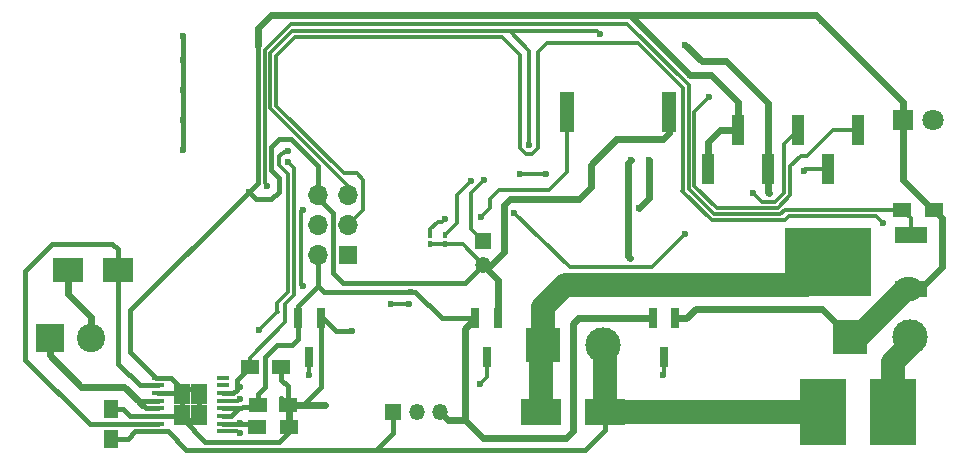
<source format=gbl>
G04 #@! TF.FileFunction,Copper,L2,Bot,Signal*
%FSLAX46Y46*%
G04 Gerber Fmt 4.6, Leading zero omitted, Abs format (unit mm)*
G04 Created by KiCad (PCBNEW 4.0.7) date 08/08/19 18:58:54*
%MOMM*%
%LPD*%
G01*
G04 APERTURE LIST*
%ADD10C,0.100000*%
%ADD11R,4.000000X5.600000*%
%ADD12R,1.350000X1.350000*%
%ADD13O,1.350000X1.350000*%
%ADD14R,3.000000X3.000000*%
%ADD15C,3.000000*%
%ADD16R,1.000000X2.510000*%
%ADD17R,2.400000X2.400000*%
%ADD18C,2.400000*%
%ADD19R,1.600000X1.600000*%
%ADD20O,1.700000X1.700000*%
%ADD21R,1.250000X1.500000*%
%ADD22R,1.500000X1.250000*%
%ADD23R,1.500000X1.300000*%
%ADD24R,0.800000X1.800000*%
%ADD25R,2.700000X1.400000*%
%ADD26R,7.400000X5.800000*%
%ADD27R,3.500000X2.300000*%
%ADD28R,1.050000X0.450000*%
%ADD29R,1.470000X0.895000*%
%ADD30R,1.300000X3.400000*%
%ADD31R,1.800000X1.800000*%
%ADD32C,1.800000*%
%ADD33R,0.400000X0.600000*%
%ADD34R,2.650000X2.030000*%
%ADD35C,0.600000*%
%ADD36C,0.304800*%
%ADD37C,0.609600*%
%ADD38C,0.406400*%
%ADD39C,2.032000*%
G04 APERTURE END LIST*
D10*
D11*
X199438000Y-120650000D03*
X205438000Y-120650000D03*
D12*
X163068000Y-120650000D03*
D13*
X165068000Y-120650000D03*
X167068000Y-120650000D03*
D14*
X175768000Y-114935000D03*
D15*
X180848000Y-114935000D03*
D16*
X199898000Y-100080000D03*
X194818000Y-100080000D03*
X189738000Y-100080000D03*
X202438000Y-96770000D03*
X197358000Y-96770000D03*
X192278000Y-96770000D03*
D17*
X133998000Y-114365000D03*
D18*
X137498000Y-114365000D03*
D19*
X159258000Y-107315000D03*
D20*
X156718000Y-107315000D03*
X159258000Y-104775000D03*
X156718000Y-104775000D03*
X159258000Y-102235000D03*
X156718000Y-102235000D03*
D12*
X170688000Y-106172000D03*
D13*
X170688000Y-108172000D03*
D14*
X201803000Y-114300000D03*
D15*
X206883000Y-114300000D03*
D21*
X139192000Y-122916000D03*
X139192000Y-120416000D03*
D22*
X151658000Y-120015000D03*
X154158000Y-120015000D03*
D23*
X154258000Y-121920000D03*
X151558000Y-121920000D03*
X153623000Y-116840000D03*
X150923000Y-116840000D03*
X208868000Y-103505000D03*
X206168000Y-103505000D03*
D24*
X155048000Y-112715000D03*
X156948000Y-112715000D03*
X155998000Y-116015000D03*
X170048000Y-112715000D03*
X171948000Y-112715000D03*
X170998000Y-116015000D03*
X185048000Y-112715000D03*
X186948000Y-112715000D03*
X185998000Y-116015000D03*
D25*
X206888000Y-105670000D03*
X206888000Y-110230000D03*
D26*
X199906000Y-107950000D03*
D27*
X181008000Y-120650000D03*
X175608000Y-120650000D03*
D28*
X148698000Y-117740000D03*
X148698000Y-118390000D03*
X148698000Y-119040000D03*
X148698000Y-119690000D03*
X148698000Y-120340000D03*
X148698000Y-120990000D03*
X148698000Y-121640000D03*
X148698000Y-122290000D03*
X143148000Y-122290000D03*
X143148000Y-121640000D03*
X143148000Y-120990000D03*
X143148000Y-120340000D03*
X143148000Y-119690000D03*
X143148000Y-119040000D03*
X143148000Y-118390000D03*
X143148000Y-117740000D03*
D29*
X145188000Y-121357500D03*
X145188000Y-120462500D03*
X145188000Y-119567500D03*
X145188000Y-118672500D03*
X146658000Y-121357500D03*
X146658000Y-120462500D03*
X146658000Y-119567500D03*
X146658000Y-118672500D03*
D30*
X177818000Y-95250000D03*
X186418000Y-95250000D03*
D31*
X206248000Y-95885000D03*
D32*
X208788000Y-95885000D03*
D33*
X166243000Y-106445000D03*
X166243000Y-105645000D03*
X167513000Y-106445000D03*
X167513000Y-105645000D03*
D34*
X139758000Y-108585000D03*
X135578000Y-108585000D03*
D35*
X180594000Y-88646000D03*
X174625000Y-98044000D03*
X157353000Y-120015000D03*
X199390000Y-87503000D03*
X159639000Y-113792000D03*
X188214000Y-92075000D03*
X150876000Y-101981000D03*
X151638000Y-89535000D03*
X170561000Y-104140000D03*
X187833000Y-105537000D03*
X173355000Y-103759000D03*
X170815000Y-100965000D03*
X176022000Y-100457000D03*
X173863000Y-100457000D03*
X162941000Y-111506000D03*
X164465000Y-111506000D03*
X152400000Y-101473000D03*
X154178000Y-99441000D03*
X150114000Y-118491000D03*
X150114000Y-122428000D03*
X151765000Y-113665000D03*
X154178000Y-98552000D03*
X150114000Y-121539000D03*
X150114000Y-119507000D03*
X204597000Y-104648000D03*
X185928000Y-117475000D03*
X187833000Y-89555000D03*
X164592000Y-110490000D03*
X194945000Y-102108000D03*
X145288000Y-88773000D03*
X145288000Y-90805000D03*
X145288000Y-93345000D03*
X145288000Y-95885000D03*
X145288000Y-98425000D03*
X170434000Y-118237000D03*
X155448000Y-109982000D03*
X155448000Y-103505000D03*
X155956000Y-117475000D03*
X193548000Y-102108000D03*
X197866000Y-100203000D03*
X184785000Y-99314000D03*
X183896000Y-103378000D03*
X189865000Y-93980000D03*
X183261000Y-99314000D03*
X183134000Y-107569000D03*
X167513000Y-104267000D03*
X169672000Y-101092000D03*
D36*
X179197000Y-88392000D02*
X180340000Y-88392000D01*
X172974000Y-88392000D02*
X179197000Y-88392000D01*
X180340000Y-88392000D02*
X180594000Y-88646000D01*
X174625000Y-98044000D02*
X174625000Y-90043000D01*
X174625000Y-90043000D02*
X172974000Y-88392000D01*
X159258000Y-102235000D02*
X159258000Y-101473000D01*
X159258000Y-101473000D02*
X152698404Y-94913404D01*
X154555802Y-88392000D02*
X172974000Y-88392000D01*
X152698404Y-90249398D02*
X154555802Y-88392000D01*
X152698404Y-94913404D02*
X152698404Y-90249398D01*
D37*
X185166000Y-97536000D02*
X185928000Y-97536000D01*
X171355000Y-108172000D02*
X172466000Y-107061000D01*
X172466000Y-103124000D02*
X172466000Y-107061000D01*
X172974000Y-102616000D02*
X172466000Y-103124000D01*
X178816000Y-102616000D02*
X172974000Y-102616000D01*
X179832000Y-101600000D02*
X178816000Y-102616000D01*
X179832000Y-99695000D02*
X179832000Y-101600000D01*
X181991000Y-97536000D02*
X179832000Y-99695000D01*
X185166000Y-97536000D02*
X181991000Y-97536000D01*
X186418000Y-97046000D02*
X186418000Y-95250000D01*
X185928000Y-97536000D02*
X186418000Y-97046000D01*
X157353000Y-120015000D02*
X154158000Y-120015000D01*
D36*
X167513000Y-106445000D02*
X168961000Y-106445000D01*
X168961000Y-106445000D02*
X170688000Y-108172000D01*
X166243000Y-106445000D02*
X167513000Y-106445000D01*
D38*
X145188000Y-119567500D02*
X145188000Y-118672500D01*
X145188000Y-120462500D02*
X145188000Y-119567500D01*
X145188000Y-121357500D02*
X145188000Y-120462500D01*
X146658000Y-121357500D02*
X145188000Y-121357500D01*
X146658000Y-120462500D02*
X146658000Y-121357500D01*
X146658000Y-119567500D02*
X146658000Y-120462500D01*
X146658000Y-118672500D02*
X146658000Y-119567500D01*
X145188000Y-118672500D02*
X146658000Y-118672500D01*
X156718000Y-102235000D02*
X156718000Y-102489000D01*
X156718000Y-102489000D02*
X157988000Y-103759000D01*
X157988000Y-103759000D02*
X157988000Y-108839000D01*
X157988000Y-108839000D02*
X158877000Y-109728000D01*
X158877000Y-109728000D02*
X169132000Y-109728000D01*
X169132000Y-109728000D02*
X170688000Y-108172000D01*
D37*
X206248000Y-95885000D02*
X206248000Y-94361000D01*
X205994000Y-94107000D02*
X199390000Y-87503000D01*
X206248000Y-94361000D02*
X205994000Y-94107000D01*
X208868000Y-103505000D02*
X208788000Y-103505000D01*
X208788000Y-103505000D02*
X206248000Y-100965000D01*
X206248000Y-100965000D02*
X206248000Y-95885000D01*
X186418000Y-95250000D02*
X186418000Y-94343000D01*
X171355000Y-108172000D02*
X170688000Y-108172000D01*
X171948000Y-112715000D02*
X171948000Y-109432000D01*
X171948000Y-109432000D02*
X170688000Y-108172000D01*
X183134000Y-86995000D02*
X198882000Y-86995000D01*
X198882000Y-86995000D02*
X199390000Y-87503000D01*
D38*
X140843000Y-115570000D02*
X140843000Y-112014000D01*
X143013000Y-117740000D02*
X140843000Y-115570000D01*
X140843000Y-112014000D02*
X150876000Y-101981000D01*
X156948000Y-112715000D02*
X157165000Y-112715000D01*
X157165000Y-112715000D02*
X158242000Y-113792000D01*
X158242000Y-113792000D02*
X159639000Y-113792000D01*
X156948000Y-112715000D02*
X156948000Y-118515000D01*
X155448000Y-120015000D02*
X154158000Y-120015000D01*
X156948000Y-118515000D02*
X155448000Y-120015000D01*
X153623000Y-116840000D02*
X153623000Y-117936000D01*
X154158000Y-118471000D02*
X154158000Y-120015000D01*
X153623000Y-117936000D02*
X154158000Y-118471000D01*
X153623000Y-119480000D02*
X154158000Y-120015000D01*
X156718000Y-102235000D02*
X156718000Y-99822000D01*
X156718000Y-99822000D02*
X154432000Y-97536000D01*
X154432000Y-97536000D02*
X153384204Y-97536000D01*
X153384204Y-97536000D02*
X152749204Y-98171000D01*
X152749204Y-98171000D02*
X152749204Y-100171204D01*
X152749204Y-100171204D02*
X153416000Y-100838000D01*
X153416000Y-100838000D02*
X153416000Y-101981000D01*
X153416000Y-101981000D02*
X152781000Y-102616000D01*
X152781000Y-102616000D02*
X151511000Y-102616000D01*
X151511000Y-102616000D02*
X150876000Y-101981000D01*
D37*
X192278000Y-96770000D02*
X192278000Y-94361000D01*
X189992000Y-92075000D02*
X188214000Y-92075000D01*
X192278000Y-94361000D02*
X189992000Y-92075000D01*
X189738000Y-100080000D02*
X189738000Y-97790000D01*
X190758000Y-96770000D02*
X192278000Y-96770000D01*
X189738000Y-97790000D02*
X190758000Y-96770000D01*
X151638000Y-89535000D02*
X151638000Y-88138000D01*
X151638000Y-88138000D02*
X152781000Y-86995000D01*
X152781000Y-86995000D02*
X183134000Y-86995000D01*
X183134000Y-86995000D02*
X188214000Y-92075000D01*
D38*
X151638000Y-101219000D02*
X151638000Y-89535000D01*
X150876000Y-101981000D02*
X151638000Y-101219000D01*
X143148000Y-117740000D02*
X143013000Y-117740000D01*
X154258000Y-121920000D02*
X154258000Y-122376598D01*
X154258000Y-122376598D02*
X153444598Y-123190000D01*
X147193000Y-123190000D02*
X145360500Y-121357500D01*
X153444598Y-123190000D02*
X147193000Y-123190000D01*
X145360500Y-121357500D02*
X145188000Y-121357500D01*
X143148000Y-117740000D02*
X144255500Y-117740000D01*
X144255500Y-117740000D02*
X145188000Y-118672500D01*
X143148000Y-119040000D02*
X144660500Y-119040000D01*
X144660500Y-119040000D02*
X145188000Y-119567500D01*
X143148000Y-120990000D02*
X144820500Y-120990000D01*
X144820500Y-120990000D02*
X145188000Y-121357500D01*
X143148000Y-120990000D02*
X140802000Y-120990000D01*
X140228000Y-120416000D02*
X139192000Y-120416000D01*
X140802000Y-120990000D02*
X140228000Y-120416000D01*
X186948000Y-112715000D02*
X186948000Y-112040202D01*
D37*
X153523000Y-116940000D02*
X153623000Y-116840000D01*
X154258000Y-121920000D02*
X154258000Y-120115000D01*
X154258000Y-120115000D02*
X154158000Y-120015000D01*
X186948000Y-112715000D02*
X187894000Y-112715000D01*
X199390000Y-111887000D02*
X201803000Y-114300000D01*
X188722000Y-111887000D02*
X199390000Y-111887000D01*
X187894000Y-112715000D02*
X188722000Y-111887000D01*
X206888000Y-110230000D02*
X207651000Y-110230000D01*
X207651000Y-110230000D02*
X209550000Y-108331000D01*
X209550000Y-104187000D02*
X208868000Y-103505000D01*
X209550000Y-108331000D02*
X209550000Y-104187000D01*
D39*
X201803000Y-114300000D02*
X202438000Y-114300000D01*
X202438000Y-114300000D02*
X206508000Y-110230000D01*
X206508000Y-110230000D02*
X206888000Y-110230000D01*
D36*
X172085000Y-101854000D02*
X176276000Y-101854000D01*
X170561000Y-104140000D02*
X171323000Y-103378000D01*
X171323000Y-103378000D02*
X171323000Y-102616000D01*
X171323000Y-102616000D02*
X172085000Y-101854000D01*
X177818000Y-100312000D02*
X177818000Y-95250000D01*
X176276000Y-101854000D02*
X177818000Y-100312000D01*
X177818000Y-96756000D02*
X177818000Y-95250000D01*
X185039000Y-108331000D02*
X187833000Y-105537000D01*
X178054000Y-108331000D02*
X185039000Y-108331000D01*
X173355000Y-103759000D02*
X178054000Y-108331000D01*
X169672000Y-105156000D02*
X170688000Y-106172000D01*
X169672000Y-102108000D02*
X169672000Y-105156000D01*
X170815000Y-100965000D02*
X169672000Y-102108000D01*
X173863000Y-100457000D02*
X176022000Y-100457000D01*
X164465000Y-111506000D02*
X162941000Y-111506000D01*
X181102000Y-87757000D02*
X182880000Y-87757000D01*
X188090198Y-92967198D02*
X188090198Y-94745198D01*
X182880000Y-87757000D02*
X188090198Y-92967198D01*
X206888000Y-105670000D02*
X206888000Y-104225000D01*
X206888000Y-104225000D02*
X206168000Y-103505000D01*
X196245796Y-103505000D02*
X206168000Y-103505000D01*
X188090198Y-94745198D02*
X188090198Y-101730198D01*
X188090198Y-101730198D02*
X190246000Y-103886000D01*
X190246000Y-103886000D02*
X195864796Y-103886000D01*
X195864796Y-103886000D02*
X196245796Y-103505000D01*
X154432000Y-87757000D02*
X181102000Y-87757000D01*
X152193602Y-89995398D02*
X154432000Y-87757000D01*
X152193602Y-101266602D02*
X152193602Y-89995398D01*
X152400000Y-101473000D02*
X152193602Y-101266602D01*
X154178000Y-99441000D02*
X154686000Y-99949000D01*
X150923000Y-116031000D02*
X150923000Y-116840000D01*
X153924000Y-113030000D02*
X150923000Y-116031000D01*
X153924000Y-111506000D02*
X153924000Y-113030000D01*
X154686000Y-110744000D02*
X153924000Y-111506000D01*
X154686000Y-99949000D02*
X154686000Y-110744000D01*
X148698000Y-122290000D02*
X149849000Y-122290000D01*
X150114000Y-118491000D02*
X149860000Y-118237000D01*
X149849000Y-122290000D02*
X150114000Y-122428000D01*
D38*
X148698000Y-119040000D02*
X149565000Y-119040000D01*
X149860000Y-117903000D02*
X150923000Y-116840000D01*
X149860000Y-118745000D02*
X149860000Y-118237000D01*
X149860000Y-118237000D02*
X149860000Y-117903000D01*
X149565000Y-119040000D02*
X149860000Y-118745000D01*
D36*
X154178000Y-98552000D02*
X154051000Y-98552000D01*
X154051000Y-98552000D02*
X153416000Y-98933000D01*
X153289000Y-111379000D02*
X153289000Y-112141000D01*
X154178000Y-110490000D02*
X153289000Y-111379000D01*
X154178000Y-100457000D02*
X154178000Y-110490000D01*
X153416000Y-99695000D02*
X154178000Y-100457000D01*
X153416000Y-98933000D02*
X153416000Y-99695000D01*
X153292198Y-112137802D02*
X153289000Y-112141000D01*
X153289000Y-112141000D02*
X151765000Y-113665000D01*
X148698000Y-119690000D02*
X149931000Y-119690000D01*
X150114000Y-121539000D02*
X150114000Y-121640000D01*
X149931000Y-119690000D02*
X150114000Y-119507000D01*
D38*
X148698000Y-121640000D02*
X150114000Y-121640000D01*
X150114000Y-121640000D02*
X151278000Y-121640000D01*
X151278000Y-121640000D02*
X151558000Y-121920000D01*
D36*
X187585396Y-93176294D02*
X187585396Y-101926502D01*
X203962000Y-104013000D02*
X204597000Y-104648000D01*
X196596000Y-104013000D02*
X203962000Y-104013000D01*
X196218198Y-104390802D02*
X196596000Y-104013000D01*
X190036904Y-104390802D02*
X196218198Y-104390802D01*
X187579000Y-101932898D02*
X190036904Y-104390802D01*
X181864000Y-89408000D02*
X183817102Y-89408000D01*
X183817102Y-89408000D02*
X187585396Y-93176294D01*
X175387000Y-90170000D02*
X175387000Y-98298000D01*
X176149000Y-89408000D02*
X175387000Y-90170000D01*
X181864000Y-89408000D02*
X176149000Y-89408000D01*
X173863000Y-97790000D02*
X173863000Y-90424000D01*
X173863000Y-97790000D02*
X173863000Y-98298000D01*
X173863000Y-98298000D02*
X174371000Y-98806000D01*
X174371000Y-98806000D02*
X174879000Y-98806000D01*
X174879000Y-98806000D02*
X175387000Y-98298000D01*
X173863000Y-90424000D02*
X172339000Y-88900000D01*
X160528000Y-103505000D02*
X159258000Y-104775000D01*
X154813000Y-88900000D02*
X172339000Y-88900000D01*
X153203206Y-90509794D02*
X154813000Y-88900000D01*
X153203206Y-94704308D02*
X153203206Y-90509794D01*
X158916449Y-100417551D02*
X153203206Y-94704308D01*
X159980551Y-100417551D02*
X158916449Y-100417551D01*
X160528000Y-100965000D02*
X159980551Y-100417551D01*
X160528000Y-101981000D02*
X160528000Y-100965000D01*
X160528000Y-103505000D02*
X160528000Y-101981000D01*
X187585396Y-101926502D02*
X187579000Y-101932898D01*
X185998000Y-117405000D02*
X185998000Y-116015000D01*
X185998000Y-117405000D02*
X185928000Y-117475000D01*
D37*
X169164000Y-121285000D02*
X167703000Y-121285000D01*
X167703000Y-121285000D02*
X167068000Y-120650000D01*
X185048000Y-112715000D02*
X178750000Y-112715000D01*
X169164000Y-113599000D02*
X170048000Y-112715000D01*
X169164000Y-121285000D02*
X169164000Y-113599000D01*
X170688000Y-122809000D02*
X169164000Y-121285000D01*
X177726998Y-122809000D02*
X170688000Y-122809000D01*
X178308000Y-122227998D02*
X177726998Y-122809000D01*
X178308000Y-113157000D02*
X178308000Y-122227998D01*
X178750000Y-112715000D02*
X178308000Y-113157000D01*
X194818000Y-100080000D02*
X194818000Y-94488000D01*
X191262000Y-90932000D02*
X194818000Y-94488000D01*
X189210000Y-90932000D02*
X191262000Y-90932000D01*
X189210000Y-90932000D02*
X187833000Y-89555000D01*
D38*
X170048000Y-112715000D02*
X167198000Y-112715000D01*
X164973000Y-110490000D02*
X164592000Y-110490000D01*
X167198000Y-112715000D02*
X164973000Y-110490000D01*
X156718000Y-107315000D02*
X156718000Y-109982000D01*
X156718000Y-109982000D02*
X157226000Y-110490000D01*
X157226000Y-110490000D02*
X164592000Y-110490000D01*
X155048000Y-112715000D02*
X155048000Y-111652000D01*
X155048000Y-111652000D02*
X156718000Y-109982000D01*
X151658000Y-120015000D02*
X151658000Y-119106000D01*
X155048000Y-114446000D02*
X155048000Y-112715000D01*
X154559000Y-114935000D02*
X155048000Y-114446000D01*
X153289000Y-114935000D02*
X154559000Y-114935000D01*
X152273000Y-115951000D02*
X153289000Y-114935000D01*
X152273000Y-118491000D02*
X152273000Y-115951000D01*
X151658000Y-119106000D02*
X152273000Y-118491000D01*
D37*
X194818000Y-101981000D02*
X194818000Y-100080000D01*
X194945000Y-102108000D02*
X194818000Y-101981000D01*
D38*
X145288000Y-88773000D02*
X145288000Y-90805000D01*
X145288000Y-98425000D02*
X145288000Y-95885000D01*
X145288000Y-95885000D02*
X145288000Y-93345000D01*
X145288000Y-93345000D02*
X145288000Y-90805000D01*
X170048000Y-112771000D02*
X170048000Y-112715000D01*
X151658000Y-120015000D02*
X151658000Y-119995000D01*
X148698000Y-120990000D02*
X149393000Y-120990000D01*
X149393000Y-120990000D02*
X150043000Y-120340000D01*
X148698000Y-120340000D02*
X150043000Y-120340000D01*
X150043000Y-120340000D02*
X150063000Y-120340000D01*
X150063000Y-120340000D02*
X151658000Y-120015000D01*
D36*
X170998000Y-117673000D02*
X170434000Y-118237000D01*
X170998000Y-117673000D02*
X170998000Y-116015000D01*
X155321000Y-109855000D02*
X155448000Y-109982000D01*
X155321000Y-103632000D02*
X155321000Y-109855000D01*
X155448000Y-103505000D02*
X155321000Y-103632000D01*
X155998000Y-117433000D02*
X155956000Y-117475000D01*
X155998000Y-116015000D02*
X155998000Y-117433000D01*
D37*
X141534000Y-119690000D02*
X141859000Y-120015000D01*
X133998000Y-114365000D02*
X133998000Y-115837000D01*
X140335000Y-118491000D02*
X141534000Y-119690000D01*
X136652000Y-118491000D02*
X140335000Y-118491000D01*
X133998000Y-115837000D02*
X136652000Y-118491000D01*
D38*
X143148000Y-120340000D02*
X142184000Y-120340000D01*
X142184000Y-120340000D02*
X141859000Y-120015000D01*
X143148000Y-119690000D02*
X141534000Y-119690000D01*
D36*
X196215000Y-97913000D02*
X197358000Y-96770000D01*
X196215000Y-102108000D02*
X196215000Y-97913000D01*
X195453000Y-102870000D02*
X196215000Y-102108000D01*
X194310000Y-102870000D02*
X195453000Y-102870000D01*
X193548000Y-102108000D02*
X194310000Y-102870000D01*
X197989000Y-100080000D02*
X199898000Y-100080000D01*
X197866000Y-100203000D02*
X197989000Y-100080000D01*
D37*
X184785000Y-102489000D02*
X184785000Y-99314000D01*
X183896000Y-103378000D02*
X184785000Y-102489000D01*
D36*
X188595000Y-95377000D02*
X188595000Y-95504000D01*
X188595000Y-95250000D02*
X188595000Y-95377000D01*
X189865000Y-93980000D02*
X188595000Y-95250000D01*
X202438000Y-96770000D02*
X200283000Y-96770000D01*
X188595000Y-101473000D02*
X188595000Y-95504000D01*
X190500000Y-103378000D02*
X188595000Y-101473000D01*
X195658898Y-103378000D02*
X190500000Y-103378000D01*
X196723000Y-102313898D02*
X195658898Y-103378000D01*
X196723000Y-99822000D02*
X196723000Y-102313898D01*
X197612000Y-98933000D02*
X196723000Y-99822000D01*
X198120000Y-98933000D02*
X197612000Y-98933000D01*
X200283000Y-96770000D02*
X198120000Y-98933000D01*
D39*
X206883000Y-114300000D02*
X206883000Y-114935000D01*
X206883000Y-114935000D02*
X205438000Y-116380000D01*
X205438000Y-116380000D02*
X205438000Y-120650000D01*
D38*
X163068000Y-120650000D02*
X163068000Y-122428000D01*
X163068000Y-122428000D02*
X161671000Y-123825000D01*
D37*
X183007000Y-99568000D02*
X183261000Y-99314000D01*
X183007000Y-107442000D02*
X183007000Y-99568000D01*
X183134000Y-107569000D02*
X183007000Y-107442000D01*
D38*
X139192000Y-122916000D02*
X140609000Y-122916000D01*
X141235000Y-122290000D02*
X143148000Y-122290000D01*
X140609000Y-122916000D02*
X141235000Y-122290000D01*
X139339000Y-123063000D02*
X139192000Y-122916000D01*
X143148000Y-122290000D02*
X144007000Y-122290000D01*
X181008000Y-122141000D02*
X181008000Y-120650000D01*
X179324000Y-123825000D02*
X181008000Y-122141000D01*
X145542000Y-123825000D02*
X161671000Y-123825000D01*
X161671000Y-123825000D02*
X179324000Y-123825000D01*
X144007000Y-122290000D02*
X145542000Y-123825000D01*
D39*
X199373000Y-120650000D02*
X181008000Y-120650000D01*
X181008000Y-120650000D02*
X181008000Y-115095000D01*
X181008000Y-115095000D02*
X180848000Y-114935000D01*
D37*
X135578000Y-108585000D02*
X135578000Y-110686000D01*
X137498000Y-112606000D02*
X137498000Y-114365000D01*
X135578000Y-110686000D02*
X137498000Y-112606000D01*
X135578000Y-108585000D02*
X135636000Y-108585000D01*
D38*
X137498000Y-113495000D02*
X137498000Y-114365000D01*
D39*
X175768000Y-114935000D02*
X175768000Y-111760000D01*
X175768000Y-111760000D02*
X177673000Y-109855000D01*
X175608000Y-115095000D02*
X175768000Y-114935000D01*
X177673000Y-109855000D02*
X198001000Y-109855000D01*
X198001000Y-109855000D02*
X199906000Y-107950000D01*
X175608000Y-120650000D02*
X175608000Y-115095000D01*
D36*
X166243000Y-105156000D02*
X166243000Y-105645000D01*
X166878000Y-104521000D02*
X166243000Y-105156000D01*
X167259000Y-104521000D02*
X166878000Y-104521000D01*
X167513000Y-104267000D02*
X167259000Y-104521000D01*
X168529000Y-104629000D02*
X167513000Y-105645000D01*
X168529000Y-102235000D02*
X168529000Y-104629000D01*
X169672000Y-101092000D02*
X168529000Y-102235000D01*
D38*
X131953000Y-108712000D02*
X134239000Y-106426000D01*
X131953000Y-116205000D02*
X131953000Y-113030000D01*
X137388000Y-121640000D02*
X131953000Y-116205000D01*
X143148000Y-121640000D02*
X137388000Y-121640000D01*
X131953000Y-113030000D02*
X131953000Y-108712000D01*
X139758000Y-106865000D02*
X139758000Y-108585000D01*
X139319000Y-106426000D02*
X139758000Y-106865000D01*
X137287000Y-106426000D02*
X139319000Y-106426000D01*
X134239000Y-106426000D02*
X137287000Y-106426000D01*
X143148000Y-118390000D02*
X141631000Y-118390000D01*
X139827000Y-116586000D02*
X139827000Y-108654000D01*
X141631000Y-118390000D02*
X139827000Y-116586000D01*
X139827000Y-108654000D02*
X139758000Y-108585000D01*
M02*

</source>
